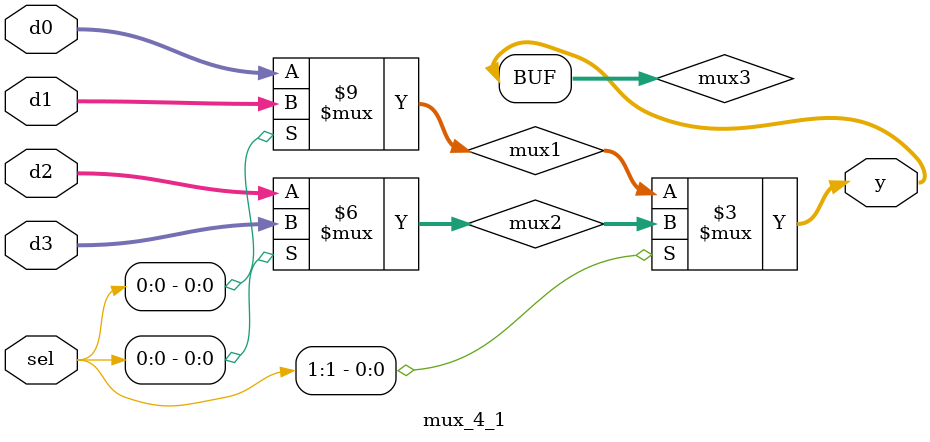
<source format=sv>

module mux_2_1
(
  input        [3:0] d0, d1,
  input              sel,
  output logic [3:0] y
);

  always_comb
    if (sel)
      y = d1;
    else
      y = d0;

endmodule

//----------------------------------------------------------------------------
// Task
//----------------------------------------------------------------------------

module mux_4_1
(
  input        [3:0] d0, d1, d2, d3,
  input        [1:0] sel,
  output logic [3:0] y
);

  // Task:
  // Using code for mux_2_1 as an example,
  // write code for 4:1 mux using the "if" statement
  logic [3:0] mux1;
  logic [3:0] mux2;
  logic [3:0] mux3;

  always_comb
  begin
    if(sel[0]) begin
      mux1 = d1;
      mux2 = d3;
    end
    else begin
      mux1 = d0;
      mux2 = d2;
    end
    
    if(sel[1])
      mux3 = mux2;
    else
      mux3 = mux1;
  end
  assign y = mux3;

endmodule

</source>
